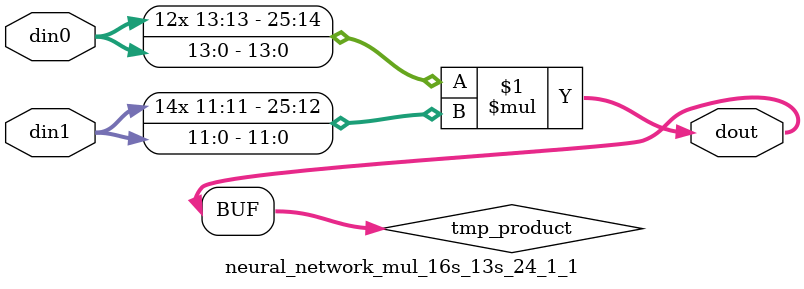
<source format=v>

`timescale 1 ns / 1 ps

  module neural_network_mul_16s_13s_24_1_1(din0, din1, dout);
parameter ID = 1;
parameter NUM_STAGE = 0;
parameter din0_WIDTH = 14;
parameter din1_WIDTH = 12;
parameter dout_WIDTH = 26;

input [din0_WIDTH - 1 : 0] din0; 
input [din1_WIDTH - 1 : 0] din1; 
output [dout_WIDTH - 1 : 0] dout;

wire signed [dout_WIDTH - 1 : 0] tmp_product;













assign tmp_product = $signed(din0) * $signed(din1);








assign dout = tmp_product;







endmodule

</source>
